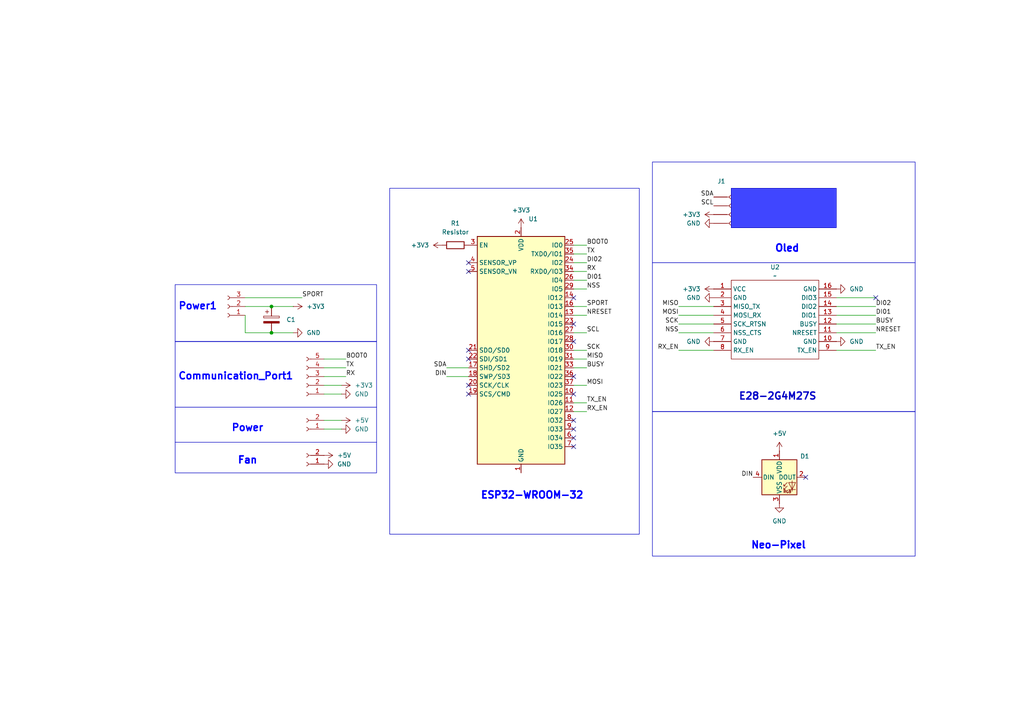
<source format=kicad_sch>
(kicad_sch (version 20250114) (generator "eeschema") (generator_version "9.0")
  (paper "A4")
  (lib_symbols
    (symbol "Connector:Conn_01x02_Socket" (pin_names (offset 1.016) (hide yes))
      (property "Reference" "J" (at 0 2.54 0))
      (property "Value" "Conn_01x02_Socket" (at 0 -5.08 0))
      (symbol "Conn_01x02_Socket_1_1"
        (polyline (pts (xy -1.27 0) (xy -0.508 0)) (stroke (width 0.1524)))
        (polyline (pts (xy -1.27 -2.54) (xy -0.508 -2.54)) (stroke (width 0.1524)))
        (arc (start 0 -0.508) (mid -0.5058 0) (end 0 0.508) (stroke (width 0.1524)))
        (arc (start 0 -3.048) (mid -0.5058 -2.54) (end 0 -2.032) (stroke (width 0.1524)))
        (pin passive line (at -5.08 0 0) (length 3.81) (name "Pin_1") (number "1"))
        (pin passive line (at -5.08 -2.54 0) (length 3.81) (name "Pin_2") (number "2"))
      )
    )
    (symbol "Connector:Conn_01x03_Socket" (pin_names (offset 1.016) (hide yes))
      (property "Reference" "J" (at 0 5.08 0))
      (property "Value" "Conn_01x03_Socket" (at 0 -5.08 0))
      (symbol "Conn_01x03_Socket_1_1"
        (polyline (pts (xy -1.27 2.54) (xy -0.508 2.54)) (stroke (width 0.1524)))
        (polyline (pts (xy -1.27 0) (xy -0.508 0)) (stroke (width 0.1524)))
        (polyline (pts (xy -1.27 -2.54) (xy -0.508 -2.54)) (stroke (width 0.1524)))
        (arc (start 0 2.032) (mid -0.5058 2.54) (end 0 3.048) (stroke (width 0.1524)))
        (arc (start 0 -0.508) (mid -0.5058 0) (end 0 0.508) (stroke (width 0.1524)))
        (arc (start 0 -3.048) (mid -0.5058 -2.54) (end 0 -2.032) (stroke (width 0.1524)))
        (pin passive line (at -5.08 2.54 0) (length 3.81) (name "Pin_1") (number "1"))
        (pin passive line (at -5.08 0 0) (length 3.81) (name "Pin_2") (number "2"))
        (pin passive line (at -5.08 -2.54 0) (length 3.81) (name "Pin_3") (number "3"))
      )
    )
    (symbol "Connector:Conn_01x04_Socket" (pin_numbers (hide yes)) (pin_names (offset 1.016) (hide yes))
      (property "Reference" "J" (at 0 5.08 0))
      (property "Value" "Conn_01x04_Socket" (at 0 -7.62 0))
      (symbol "Conn_01x04_Socket_1_1"
        (polyline (pts (xy -1.27 2.54) (xy -0.508 2.54)) (stroke (width 0.1524)))
        (polyline (pts (xy -1.27 0) (xy -0.508 0)) (stroke (width 0.1524)))
        (polyline (pts (xy -1.27 -2.54) (xy -0.508 -2.54)) (stroke (width 0.1524)))
        (polyline (pts (xy -1.27 -5.08) (xy -0.508 -5.08)) (stroke (width 0.1524)))
        (arc (start 0 2.032) (mid -0.5058 2.54) (end 0 3.048) (stroke (width 0.1524)))
        (arc (start 0 -0.508) (mid -0.5058 0) (end 0 0.508) (stroke (width 0.1524)))
        (arc (start 0 -3.048) (mid -0.5058 -2.54) (end 0 -2.032) (stroke (width 0.1524)))
        (arc (start 0 -5.588) (mid -0.5058 -5.08) (end 0 -4.572) (stroke (width 0.1524)))
        (pin passive line (at -5.08 2.54 0) (length 3.81) (name "Pin_1") (number "1"))
        (pin passive line (at -5.08 0 0) (length 3.81) (name "Pin_2") (number "2"))
        (pin passive line (at -5.08 -2.54 0) (length 3.81) (name "Pin_3") (number "3"))
        (pin passive line (at -5.08 -5.08 0) (length 3.81) (name "Pin_4") (number "4"))
      )
    )
    (symbol "Connector:Conn_01x05_Socket" (pin_names (offset 1.016) (hide yes))
      (property "Reference" "J" (at 0 7.62 0))
      (property "Value" "Conn_01x05_Socket" (at 0 -7.62 0))
      (symbol "Conn_01x05_Socket_1_1"
        (polyline (pts (xy -1.27 5.08) (xy -0.508 5.08)) (stroke (width 0.1524)))
        (polyline (pts (xy -1.27 2.54) (xy -0.508 2.54)) (stroke (width 0.1524)))
        (polyline (pts (xy -1.27 0) (xy -0.508 0)) (stroke (width 0.1524)))
        (polyline (pts (xy -1.27 -2.54) (xy -0.508 -2.54)) (stroke (width 0.1524)))
        (polyline (pts (xy -1.27 -5.08) (xy -0.508 -5.08)) (stroke (width 0.1524)))
        (arc (start 0 4.572) (mid -0.5058 5.08) (end 0 5.588) (stroke (width 0.1524)))
        (arc (start 0 2.032) (mid -0.5058 2.54) (end 0 3.048) (stroke (width 0.1524)))
        (arc (start 0 -0.508) (mid -0.5058 0) (end 0 0.508) (stroke (width 0.1524)))
        (arc (start 0 -3.048) (mid -0.5058 -2.54) (end 0 -2.032) (stroke (width 0.1524)))
        (arc (start 0 -5.588) (mid -0.5058 -5.08) (end 0 -4.572) (stroke (width 0.1524)))
        (pin passive line (at -5.08 5.08 0) (length 3.81) (name "Pin_1") (number "1"))
        (pin passive line (at -5.08 2.54 0) (length 3.81) (name "Pin_2") (number "2"))
        (pin passive line (at -5.08 0 0) (length 3.81) (name "Pin_3") (number "3"))
        (pin passive line (at -5.08 -2.54 0) (length 3.81) (name "Pin_4") (number "4"))
        (pin passive line (at -5.08 -5.08 0) (length 3.81) (name "Pin_5") (number "5"))
      )
    )
    (symbol "Device:C_Polarized" (pin_numbers (hide yes)) (pin_names (offset 0.254))
      (property "Reference" "C" (at 0.635 2.54 0))
      (property "Value" "C_Polarized" (at 0.635 -2.54 0))
      (symbol "C_Polarized_0_1"
        (rectangle (start -2.286 0.508) (end 2.286 1.016))
        (polyline (pts (xy -1.778 2.286) (xy -0.762 2.286)))
        (polyline (pts (xy -1.27 2.794) (xy -1.27 1.778)))
        (rectangle (start 2.286 -0.508) (end -2.286 -1.016) (fill (type outline)))
      )
      (symbol "C_Polarized_1_1"
        (pin passive line (at 0 3.81 270) (length 2.794) (name "~") (number "1"))
        (pin passive line (at 0 -3.81 90) (length 2.794) (name "~") (number "2"))
      )
    )
    (symbol "E28:E28-2G4M27S"
      (property "Reference" "U" (at 0 0 0))
      (symbol "E28-2G4M27S_1_0"
        (rectangle (start -12.7 -15.24) (end 12.7 7.62))
        (pin input line (at -17.78 5.08 0) (length 5.08) (name "VCC") (number "1"))
        (pin input line (at -17.78 2.54 0) (length 5.08) (name "GND") (number "2"))
        (pin input line (at -17.78 0 0) (length 5.08) (name "MISO_TX") (number "3"))
        (pin input line (at -17.78 -2.54 0) (length 5.08) (name "MOSI_RX") (number "4"))
        (pin input line (at -17.78 -5.08 0) (length 5.08) (name "SCK_RTSN") (number "5"))
        (pin input line (at -17.78 -7.62 0) (length 5.08) (name "NSS_CTS") (number "6"))
        (pin input line (at -17.78 -10.16 0) (length 5.08) (name "GND") (number "7"))
        (pin input line (at -17.78 -12.7 0) (length 5.08) (name "RX_EN") (number "8"))
        (pin input line (at 17.78 5.08 180) (length 5.08) (name "GND") (number "16"))
        (pin input line (at 17.78 2.54 180) (length 5.08) (name "DIO3") (number "15"))
        (pin input line (at 17.78 0 180) (length 5.08) (name "DIO2") (number "14"))
        (pin input line (at 17.78 -2.54 180) (length 5.08) (name "DIO1") (number "13"))
        (pin input line (at 17.78 -5.08 180) (length 5.08) (name "BUSY") (number "12"))
        (pin input line (at 17.78 -7.62 180) (length 5.08) (name "NRESET") (number "11"))
        (pin input line (at 17.78 -10.16 180) (length 5.08) (name "GND") (number "10"))
        (pin input line (at 17.78 -12.7 180) (length 5.08) (name "TX_EN") (number "9"))
      )
    )
    (symbol "LED:WS2812B" (pin_names (offset 0.254))
      (property "Reference" "D" (at 5.08 5.715 0))
      (property "Value" "WS2812B" (at 1.27 -5.715 0))
      (symbol "WS2812B_0_0"
        (text "RGB" (at 2.286 -4.191 0) (effects (font (size 0.762 0.762))))
      )
      (symbol "WS2812B_0_1"
        (polyline (pts (xy 1.27 -2.54) (xy 1.778 -2.54)))
        (polyline (pts (xy 1.27 -3.556) (xy 1.778 -3.556)))
        (polyline (pts (xy 2.286 -1.524) (xy 1.27 -2.54) (xy 1.27 -2.032)))
        (polyline (pts (xy 2.286 -2.54) (xy 1.27 -3.556) (xy 1.27 -3.048)))
        (polyline (pts (xy 3.683 -1.016) (xy 3.683 -3.556) (xy 3.683 -4.064)))
        (polyline (pts (xy 4.699 -1.524) (xy 2.667 -1.524) (xy 3.683 -3.556) (xy 4.699 -1.524)))
        (polyline (pts (xy 4.699 -3.556) (xy 2.667 -3.556)))
        (rectangle (start 5.08 5.08) (end -5.08 -5.08) (stroke (width 0.254)) (fill (type background)))
      )
      (symbol "WS2812B_1_1"
        (pin input line (at -7.62 0 0) (length 2.54) (name "DIN") (number "4"))
        (pin power_in line (at 0 7.62 270) (length 2.54) (name "VDD") (number "1"))
        (pin power_in line (at 0 -7.62 90) (length 2.54) (name "VSS") (number "3"))
        (pin output line (at 7.62 0 180) (length 2.54) (name "DOUT") (number "2"))
      )
    )
    (symbol "RF_Module:ESP32-WROOM-32"
      (property "Reference" "U" (at -12.7 34.29 0))
      (property "Value" "ESP32-WROOM-32" (at 1.27 34.29 0))
      (symbol "ESP32-WROOM-32_0_1"
        (rectangle (start -12.7 33.02) (end 12.7 -33.02) (stroke (width 0.254)) (fill (type background)))
      )
      (symbol "ESP32-WROOM-32_1_1"
        (pin input line (at -15.24 30.48 0) (length 2.54) (name "EN") (number "3"))
        (pin input line (at -15.24 25.4 0) (length 2.54) (name "SENSOR_VP") (number "4"))
        (pin input line (at -15.24 22.86 0) (length 2.54) (name "SENSOR_VN") (number "5"))
        (pin bidirectional line (at -15.24 0 0) (length 2.54) (name "SDO/SD0") (number "21"))
        (pin bidirectional line (at -15.24 -2.54 0) (length 2.54) (name "SDI/SD1") (number "22"))
        (pin bidirectional line (at -15.24 -5.08 0) (length 2.54) (name "SHD/SD2") (number "17"))
        (pin bidirectional line (at -15.24 -7.62 0) (length 2.54) (name "SWP/SD3") (number "18"))
        (pin bidirectional line (at -15.24 -10.16 0) (length 2.54) (name "SCK/CLK") (number "20"))
        (pin bidirectional line (at -15.24 -12.7 0) (length 2.54) (name "SCS/CMD") (number "19"))
        (pin no_connect line (at -12.7 -27.94 0) (length 2.54) (hide yes) (name "NC") (number "32"))
        (pin power_in line (at 0 35.56 270) (length 2.54) (name "VDD") (number "2"))
        (pin power_in line (at 0 -35.56 90) (length 2.54) (name "GND") (number "1"))
        (pin passive line (at 0 -35.56 90) (length 2.54) (hide yes) (name "GND") (number "15"))
        (pin passive line (at 0 -35.56 90) (length 2.54) (hide yes) (name "GND") (number "38"))
        (pin passive line (at 0 -35.56 90) (length 2.54) (hide yes) (name "GND") (number "39"))
        (pin bidirectional line (at 15.24 30.48 180) (length 2.54) (name "IO0") (number "25"))
        (pin bidirectional line (at 15.24 27.94 180) (length 2.54) (name "TXD0/IO1") (number "35"))
        (pin bidirectional line (at 15.24 25.4 180) (length 2.54) (name "IO2") (number "24"))
        (pin bidirectional line (at 15.24 22.86 180) (length 2.54) (name "RXD0/IO3") (number "34"))
        (pin bidirectional line (at 15.24 20.32 180) (length 2.54) (name "IO4") (number "26"))
        (pin bidirectional line (at 15.24 17.78 180) (length 2.54) (name "IO5") (number "29"))
        (pin bidirectional line (at 15.24 15.24 180) (length 2.54) (name "IO12") (number "14"))
        (pin bidirectional line (at 15.24 12.7 180) (length 2.54) (name "IO13") (number "16"))
        (pin bidirectional line (at 15.24 10.16 180) (length 2.54) (name "IO14") (number "13"))
        (pin bidirectional line (at 15.24 7.62 180) (length 2.54) (name "IO15") (number "23"))
        (pin bidirectional line (at 15.24 5.08 180) (length 2.54) (name "IO16") (number "27"))
        (pin bidirectional line (at 15.24 2.54 180) (length 2.54) (name "IO17") (number "28"))
        (pin bidirectional line (at 15.24 0 180) (length 2.54) (name "IO18") (number "30"))
        (pin bidirectional line (at 15.24 -2.54 180) (length 2.54) (name "IO19") (number "31"))
        (pin bidirectional line (at 15.24 -5.08 180) (length 2.54) (name "IO21") (number "33"))
        (pin bidirectional line (at 15.24 -7.62 180) (length 2.54) (name "IO22") (number "36"))
        (pin bidirectional line (at 15.24 -10.16 180) (length 2.54) (name "IO23") (number "37"))
        (pin bidirectional line (at 15.24 -12.7 180) (length 2.54) (name "IO25") (number "10"))
        (pin bidirectional line (at 15.24 -15.24 180) (length 2.54) (name "IO26") (number "11"))
        (pin bidirectional line (at 15.24 -17.78 180) (length 2.54) (name "IO27") (number "12"))
        (pin bidirectional line (at 15.24 -20.32 180) (length 2.54) (name "IO32") (number "8"))
        (pin bidirectional line (at 15.24 -22.86 180) (length 2.54) (name "IO33") (number "9"))
        (pin input line (at 15.24 -25.4 180) (length 2.54) (name "IO34") (number "6"))
        (pin input line (at 15.24 -27.94 180) (length 2.54) (name "IO35") (number "7"))
      )
    )
    (symbol "ScottoKeebs:Placeholder_Resistor" (pin_numbers (hide yes)) (pin_names (offset 0))
      (property "Reference" "R" (at 0 2.032 0))
      (property "Value" "Resistor" (at 0 -2.54 0))
      (symbol "Placeholder_Resistor_0_1"
        (rectangle (start 2.54 -1.016) (end -2.54 1.016) (stroke (width 0.254)))
      )
      (symbol "Placeholder_Resistor_1_1"
        (pin passive line (at -3.81 0 0) (length 1.27) (name "~") (number "1"))
        (pin passive line (at 3.81 0 180) (length 1.27) (name "~") (number "2"))
      )
    )
    (symbol "power:+3V3" (power) (pin_numbers (hide yes)) (pin_names (offset 0) (hide yes))
      (property "Value" "+3V3" (at 0 3.556 0))
      (symbol "+3V3_0_1"
        (polyline (pts (xy -0.762 1.27) (xy 0 2.54)))
        (polyline (pts (xy 0 2.54) (xy 0.762 1.27)))
        (polyline (pts (xy 0 0) (xy 0 2.54)))
      )
      (symbol "+3V3_1_1"
        (pin power_in line (at 0 0 90) (length 0) (name "~") (number "1"))
      )
    )
    (symbol "power:+5V" (power) (pin_numbers (hide yes)) (pin_names (offset 0) (hide yes))
      (property "Value" "+5V" (at 0 3.556 0))
      (symbol "+5V_0_1"
        (polyline (pts (xy -0.762 1.27) (xy 0 2.54)))
        (polyline (pts (xy 0 2.54) (xy 0.762 1.27)))
        (polyline (pts (xy 0 0) (xy 0 2.54)))
      )
      (symbol "+5V_1_1"
        (pin power_in line (at 0 0 90) (length 0) (name "~") (number "1"))
      )
    )
    (symbol "power:GND" (power) (pin_numbers (hide yes)) (pin_names (offset 0) (hide yes))
      (property "Value" "GND" (at 0 -3.81 0))
      (symbol "GND_0_1"
        (polyline (pts (xy 0 0) (xy 0 -1.27) (xy 1.27 -1.27) (xy 0 -2.54) (xy -1.27 -1.27) (xy 0 -1.27)))
      )
      (symbol "GND_1_1"
        (pin power_in line (at 0 0 270) (length 0) (name "~") (number "1"))
      )
    )
  )
  (rectangle (start 189.23 119.38) (end 265.43 161.29))
  (rectangle (start 189.23 76.2) (end 265.43 119.38))
  (rectangle (start 189.23 46.99) (end 265.43 76.2))
  (rectangle (start 50.8 82.55) (end 109.22 99.06))
  (rectangle (start 113.03 54.61) (end 185.42 154.94))
  (rectangle (start 50.8 99.06) (end 109.22 118.11))
  (rectangle (start 50.8 128.27) (end 109.22 137.16))
  (rectangle (start 50.8 118.11) (end 109.22 128.27))
  (rectangle (start 212.09 54.61) (end 242.57 66.04) (fill (type color) (color 64 70 255 1)))
  (text "E28-2G4M27S" (at 225.552 115.062 0) (effects (font (size 2.032 2.032) (thickness 0.4064) (bold yes))))
  (junction (at 78.74 88.9))
  (junction (at 78.74 96.52))
  (no_connect (at 135.89 78.74))
  (no_connect (at 166.37 93.98))
  (no_connect (at 166.37 99.06))
  (no_connect (at 135.89 104.14))
  (no_connect (at 166.37 129.54))
  (no_connect (at 233.68 138.43))
  (no_connect (at 254 86.36))
  (no_connect (at 135.89 76.2))
  (no_connect (at 135.89 111.76))
  (no_connect (at 166.37 114.3))
  (no_connect (at 135.89 101.6))
  (no_connect (at 166.37 121.92))
  (no_connect (at 166.37 86.36))
  (no_connect (at 166.37 109.22))
  (no_connect (at 135.89 114.3))
  (no_connect (at 166.37 127))
  (no_connect (at 166.37 124.46))
  (wire (pts (xy 166.37 104.14) (xy 170.18 104.14)))
  (wire (pts (xy 166.37 91.44) (xy 170.18 91.44)))
  (wire (pts (xy 242.57 101.6) (xy 254 101.6)))
  (wire (pts (xy 71.12 96.52) (xy 71.12 91.44)))
  (wire (pts (xy 242.57 91.44) (xy 254 91.44)))
  (wire (pts (xy 166.37 83.82) (xy 170.18 83.82)))
  (wire (pts (xy 78.74 88.9) (xy 71.12 88.9)))
  (wire (pts (xy 196.85 93.98) (xy 207.01 93.98)))
  (wire (pts (xy 166.37 119.38) (xy 170.18 119.38)))
  (wire (pts (xy 166.37 101.6) (xy 170.18 101.6)))
  (wire (pts (xy 166.37 111.76) (xy 170.18 111.76)))
  (wire (pts (xy 93.98 109.22) (xy 100.33 109.22)))
  (wire (pts (xy 196.85 96.52) (xy 207.01 96.52)))
  (wire (pts (xy 166.37 116.84) (xy 170.18 116.84)))
  (wire (pts (xy 166.37 78.74) (xy 170.18 78.74)))
  (wire (pts (xy 129.54 109.22) (xy 135.89 109.22)))
  (wire (pts (xy 242.57 93.98) (xy 254 93.98)))
  (wire (pts (xy 166.37 88.9) (xy 170.18 88.9)))
  (wire (pts (xy 93.98 121.92) (xy 99.06 121.92)))
  (wire (pts (xy 242.57 96.52) (xy 254 96.52)))
  (wire (pts (xy 71.12 86.36) (xy 87.63 86.36)))
  (wire (pts (xy 166.37 106.68) (xy 170.18 106.68)))
  (wire (pts (xy 242.57 86.36) (xy 254 86.36)))
  (wire (pts (xy 85.09 88.9) (xy 78.74 88.9)))
  (wire (pts (xy 93.98 111.76) (xy 99.06 111.76)))
  (wire (pts (xy 93.98 104.14) (xy 100.33 104.14)))
  (wire (pts (xy 166.37 73.66) (xy 170.18 73.66)))
  (wire (pts (xy 166.37 76.2) (xy 170.18 76.2)))
  (wire (pts (xy 78.74 96.52) (xy 71.12 96.52)))
  (wire (pts (xy 166.37 81.28) (xy 170.18 81.28)))
  (wire (pts (xy 196.85 91.44) (xy 207.01 91.44)))
  (wire (pts (xy 242.57 88.9) (xy 254 88.9)))
  (wire (pts (xy 196.85 88.9) (xy 207.01 88.9)))
  (wire (pts (xy 93.98 114.3) (xy 99.06 114.3)))
  (wire (pts (xy 166.37 96.52) (xy 170.18 96.52)))
  (wire (pts (xy 78.74 96.52) (xy 85.09 96.52)))
  (wire (pts (xy 129.54 106.68) (xy 135.89 106.68)))
  (wire (pts (xy 196.85 101.6) (xy 207.01 101.6)))
  (wire (pts (xy 166.37 71.12) (xy 170.18 71.12)))
  (wire (pts (xy 93.98 106.68) (xy 100.33 106.68)))
  (wire (pts (xy 93.98 124.46) (xy 99.06 124.46)))
  (label "RX" (at 170.18 78.74 0))
  (label "SCL" (at 207.01 59.69 180))
  (label "SDA" (at 207.01 57.15 180))
  (label "DI02" (at 254 88.9 0))
  (label "SCL" (at 170.18 96.52 0))
  (label "TX_EN" (at 254 101.6 0))
  (label "MISO" (at 196.85 88.9 180))
  (label "SPORT" (at 87.63 86.36 0))
  (label "BUSY" (at 170.18 106.68 0))
  (label "BOOT0" (at 100.33 104.14 0))
  (label "TX" (at 100.33 106.68 0))
  (label "SPORT" (at 170.18 88.9 0))
  (label "NRESET" (at 170.18 91.44 0))
  (label "RX_EN" (at 196.85 101.6 180))
  (label "SCK" (at 170.18 101.6 0))
  (label "TX_EN" (at 170.18 116.84 0))
  (label "NSS" (at 196.85 96.52 180))
  (label "RX_EN" (at 170.18 119.38 0))
  (label "MISO" (at 170.18 104.14 0))
  (label "DIN" (at 129.54 109.22 180))
  (label "BUSY" (at 254 93.98 0))
  (label "DI01" (at 254 91.44 0))
  (label "NSS" (at 170.18 83.82 0))
  (label "BOOT0" (at 170.18 71.12 0))
  (label "MOSI" (at 170.18 111.76 0))
  (label "SCK" (at 196.85 93.98 180))
  (label "SDA" (at 129.54 106.68 180))
  (label "DIN" (at 218.44 138.43 180))
  (label "TX" (at 170.18 73.66 0))
  (label "MOSI" (at 196.85 91.44 180))
  (label "RX" (at 100.33 109.22 0))
  (label "DI01" (at 170.18 81.28 0))
  (label "NRESET" (at 254 96.52 0))
  (label "DI02" (at 170.18 76.2 0))
  (symbol (lib_id "power:GND") (at 242.57 99.06 90) (unit 1)
    (property "Reference" "#PWR07" (effects (hide yes)))
    (property "Value" "GND" (at 246.38 99.0599 90) (effects (justify right)))
    (property "Description" "Power symbol creates a global label with name \"GND\" , ground" (effects (hide yes)))
  )
  (symbol (lib_id "power:GND") (at 207.01 64.77 270) (unit 1)
    (property "Reference" "#PWR016" (effects (hide yes)))
    (property "Value" "GND" (at 203.2 64.7699 90) (effects (justify right)))
    (property "Description" "Power symbol creates a global label with name \"GND\" , ground" (effects (hide yes)))
  )
  (symbol (lib_id "LED:WS2812B") (at 226.06 138.43 0) (unit 1)
    (property "Reference" "D1" (at 233.426 132.334 0))
    (property "Value" "Neo-Pixel" (at 225.806 157.988 0) (effects (font (size 2.032 2.032) (thickness 0.4064) (bold yes))))
    (property "Footprint" "LED_SMD:LED_WS2812B_PLCC4_5.0x5.0mm_P3.2mm" (effects (hide yes)))
    (property "Datasheet" "https://cdn-shop.adafruit.com/datasheets/WS2812B.pdf" (effects (hide yes)))
    (property "Description" "RGB LED with integrated controller" (effects (hide yes)))
  )
  (symbol (lib_id "Connector:Conn_01x05_Socket") (at 88.9 109.22 180) (unit 1)
    (property "Reference" "Communication_Port1" (at 85.344 108.966 0) (effects (font (size 2.032 2.032) (thickness 0.4064) (bold yes)) (justify left)))
    (property "Value" "Conn_01x05_Socket" (effects (hide yes)))
    (property "Footprint" "Connector_PinSocket_2.54mm:PinSocket_1x05_P2.54mm_Horizontal" (effects (hide yes)))
    (property "Description" "Generic connector, single row, 01x05, script generated" (effects (hide yes)))
  )
  (symbol (lib_id "power:+5V") (at 99.06 121.92 270) (unit 1)
    (property "Reference" "#PWR013" (effects (hide yes)))
    (property "Value" "+5V" (at 102.87 121.9199 90) (effects (justify left)))
    (property "Description" "Power symbol creates a global label with name \"+5V\"" (effects (hide yes)))
  )
  (symbol (lib_id "power:+5V") (at 226.06 130.81 0) (unit 1)
    (property "Reference" "#PWR014" (effects (hide yes)))
    (property "Value" "+5V" (at 226.06 125.73 0))
    (property "Description" "Power symbol creates a global label with name \"+5V\"" (effects (hide yes)))
  )
  (symbol (lib_id "power:GND") (at 207.01 86.36 270) (unit 1)
    (property "Reference" "#PWR04" (effects (hide yes)))
    (property "Value" "GND" (at 203.2 86.3599 90) (effects (justify right)))
    (property "Description" "Power symbol creates a global label with name \"GND\" , ground" (effects (hide yes)))
  )
  (symbol (lib_id "Device:C_Polarized") (at 78.74 92.71 0) (unit 1)
    (property "Reference" "C1" (at 83.058 92.71 0) (effects (justify left)))
    (property "Value" "C_Polarized" (effects (hide yes)))
    (property "Footprint" "Capacitor_THT:CP_Radial_D6.3mm_P2.50mm" (effects (hide yes)))
    (property "Description" "Polarized capacitor" (effects (hide yes)))
  )
  (symbol (lib_id "power:+3V3") (at 151.13 66.04 0) (unit 1)
    (property "Reference" "#PWR011" (effects (hide yes)))
    (property "Value" "+3V3" (at 151.13 60.96 0))
    (property "Description" "Power symbol creates a global label with name \"+3V3\"" (effects (hide yes)))
  )
  (symbol (lib_id "power:GND") (at 93.98 134.62 90) (unit 1)
    (property "Reference" "#PWR019" (effects (hide yes)))
    (property "Value" "GND" (at 97.79 134.6199 90) (effects (justify right)))
    (property "Description" "Power symbol creates a global label with name \"GND\" , ground" (effects (hide yes)))
  )
  (symbol (lib_id "power:+3V3") (at 207.01 83.82 90) (unit 1)
    (property "Reference" "#PWR03" (effects (hide yes)))
    (property "Value" "+3V3" (at 203.2 83.8199 90) (effects (justify left)))
    (property "Description" "Power symbol creates a global label with name \"+3V3\"" (effects (hide yes)))
  )
  (symbol (lib_id "Connector:Conn_01x04_Socket") (at 212.09 59.69 0) (unit 1)
    (property "Reference" "J1" (at 208.026 52.578 0) (effects (justify left)))
    (property "Value" "Oled" (at 224.536 71.882 0) (effects (font (size 2.032 2.032) (thickness 0.4064) (bold yes)) (justify left)))
    (property "Footprint" "ScottoKeebs_Components:OLED_128x64" (effects (hide yes)))
    (property "Description" "Generic connector, single row, 01x04, script generated" (effects (hide yes)))
  )
  (symbol (lib_id "power:GND") (at 99.06 124.46 90) (unit 1)
    (property "Reference" "#PWR012" (effects (hide yes)))
    (property "Value" "GND" (at 102.87 124.4599 90) (effects (justify right)))
    (property "Description" "Power symbol creates a global label with name \"GND\" , ground" (effects (hide yes)))
  )
  (symbol (lib_id "ScottoKeebs:Placeholder_Resistor") (at 132.08 71.12 0) (unit 1)
    (property "Reference" "R1" (at 132.08 64.77 0))
    (property "Value" "Resistor" (at 132.08 67.31 0))
    (property "Footprint" "Resistor_THT:R_Axial_DIN0207_L6.3mm_D2.5mm_P7.62mm_Horizontal" (effects (hide yes)))
    (property "Description" "Resistor" (effects (hide yes)))
  )
  (symbol (lib_id "power:GND") (at 85.09 96.52 90) (unit 1)
    (property "Reference" "#PWR02" (effects (hide yes)))
    (property "Value" "GND" (at 88.9 96.5199 90) (effects (justify right)))
    (property "Description" "Power symbol creates a global label with name \"GND\" , ground" (effects (hide yes)))
  )
  (symbol (lib_id "E28:E28-2G4M27S") (at 224.79 88.9 0) (unit 1)
    (property "Reference" "U2" (at 224.79 77.47 0))
    (property "Value" "~" (at 224.79 80.01 0))
    (property "Footprint" "E28-2G4M27S:WIRELM-SMD_E28-2G4M2XS" (effects (hide yes)))
    (property "Datasheet" "https://atta.szlcsc.com/upload/public/pdf/source/20190812/C411312_0AF9A25E8BDBF924350986A8B55E4B24.pdf" (effects (hide yes)))
    (property "Manufacturer Part" "E28-2G4M27S" (effects (hide yes)))
    (property "Manufacturer" "EBYTE(亿佰特)" (effects (hide yes)))
    (property "Supplier Part" "C411312" (effects (hide yes)))
    (property "Supplier" "LCSC" (effects (hide yes)))
    (property "LCSC Part Name" "E28-2G4M27S" (effects (hide yes)))
  )
  (symbol (lib_id "power:+3V3") (at 85.09 88.9 270) (unit 1)
    (property "Reference" "#PWR01" (effects (hide yes)))
    (property "Value" "+3V3" (at 88.9 88.8999 90) (effects (justify left)))
    (property "Description" "Power symbol creates a global label with name \"+3V3\"" (effects (hide yes)))
  )
  (symbol (lib_id "Connector:Conn_01x02_Socket") (at 88.9 134.62 180) (unit 1)
    (property "Reference" "J3" (effects (hide yes)))
    (property "Value" "Fan" (at 74.93 133.35 0) (effects (font (size 2.032 2.032) (thickness 0.4064) (bold yes)) (justify left)))
    (property "Footprint" "Connector_PinHeader_2.54mm:PinHeader_1x02_P2.54mm_Vertical" (effects (hide yes)))
    (property "Description" "Generic connector, single row, 01x02, script generated" (effects (hide yes)))
  )
  (symbol (lib_id "power:+3V3") (at 207.01 62.23 90) (unit 1)
    (property "Reference" "#PWR017" (effects (hide yes)))
    (property "Value" "+3V3" (at 203.2 62.2299 90) (effects (justify left)))
    (property "Description" "Power symbol creates a global label with name \"+3V3\"" (effects (hide yes)))
  )
  (symbol (lib_id "power:GND") (at 242.57 83.82 90) (unit 1)
    (property "Reference" "#PWR06" (effects (hide yes)))
    (property "Value" "GND" (at 246.38 83.8199 90) (effects (justify right)))
    (property "Description" "Power symbol creates a global label with name \"GND\" , ground" (effects (hide yes)))
  )
  (symbol (lib_id "RF_Module:ESP32-WROOM-32") (at 151.13 101.6 0) (unit 1)
    (property "Reference" "U1" (at 153.2733 63.5 0) (effects (justify left)))
    (property "Value" "ESP32-WROOM-32" (at 139.192 143.51 0) (effects (font (size 2.032 2.032) (thickness 0.4064) (bold yes)) (justify left)))
    (property "Footprint" "RF_Module:ESP32-WROOM-32" (effects (hide yes)))
    (property "Datasheet" "https://www.espressif.com/sites/default/files/documentation/esp32-wroom-32_datasheet_en.pdf" (effects (hide yes)))
    (property "Description" "RF Module, ESP32-D0WDQ6 SoC, Wi-Fi 802.11b/g/n, Bluetooth, BLE, 32-bit, 2.7-3.6V, onboard antenna, SMD" (effects (hide yes)))
  )
  (symbol (lib_id "power:GND") (at 99.06 114.3 90) (unit 1)
    (property "Reference" "#PWR09" (effects (hide yes)))
    (property "Value" "GND" (at 102.87 114.2999 90) (effects (justify right)))
    (property "Description" "Power symbol creates a global label with name \"GND\" , ground" (effects (hide yes)))
  )
  (symbol (lib_id "power:GND") (at 207.01 99.06 270) (unit 1)
    (property "Reference" "#PWR05" (effects (hide yes)))
    (property "Value" "GND" (at 203.2 99.0599 90) (effects (justify right)))
    (property "Description" "Power symbol creates a global label with name \"GND\" , ground" (effects (hide yes)))
  )
  (symbol (lib_id "power:+5V") (at 93.98 132.08 270) (unit 1)
    (property "Reference" "#PWR018" (effects (hide yes)))
    (property "Value" "+5V" (at 97.79 132.0799 90) (effects (justify left)))
    (property "Description" "Power symbol creates a global label with name \"+5V\"" (effects (hide yes)))
  )
  (symbol (lib_id "Connector:Conn_01x02_Socket") (at 88.9 124.46 180) (unit 1)
    (property "Reference" "J2" (effects (hide yes)))
    (property "Value" "Power" (at 76.708 123.952 0) (effects (font (size 2.032 2.032) (thickness 0.4064) (bold yes)) (justify left)))
    (property "Footprint" "Connector_PinSocket_2.54mm:PinSocket_1x02_P2.54mm_Horizontal" (effects (hide yes)))
    (property "Description" "Generic connector, single row, 01x02, script generated" (effects (hide yes)))
  )
  (symbol (lib_id "power:+3V3") (at 99.06 111.76 270) (unit 1)
    (property "Reference" "#PWR08" (effects (hide yes)))
    (property "Value" "+3V3" (at 102.87 111.7599 90) (effects (justify left)))
    (property "Description" "Power symbol creates a global label with name \"+3V3\"" (effects (hide yes)))
  )
  (symbol (lib_id "power:+3V3") (at 128.27 71.12 90) (unit 1)
    (property "Reference" "#PWR010" (effects (hide yes)))
    (property "Value" "+3V3" (at 124.46 71.1199 90) (effects (justify left)))
    (property "Description" "Power symbol creates a global label with name \"+3V3\"" (effects (hide yes)))
  )
  (symbol (lib_id "power:GND") (at 226.06 146.05 0) (unit 1)
    (property "Reference" "#PWR015" (effects (hide yes)))
    (property "Value" "GND" (at 226.06 151.13 0))
    (property "Description" "Power symbol creates a global label with name \"GND\" , ground" (effects (hide yes)))
  )
  (symbol (lib_id "Connector:Conn_01x03_Socket") (at 66.04 88.9 180) (unit 1)
    (property "Reference" "Power1" (at 63.246 88.646 0) (effects (font (size 2.032 2.032) (thickness 0.4064) (bold yes)) (justify left)))
    (property "Value" "Conn_01x03_Socket" (effects (hide yes)))
    (property "Footprint" "Connector_PinSocket_2.54mm:PinSocket_1x03_P2.54mm_Horizontal" (effects (hide yes)))
    (property "Description" "Generic connector, single row, 01x03, script generated" (effects (hide yes)))
  )
)
</source>
